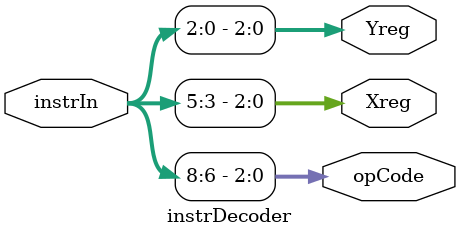
<source format=v>
module instrDecoder (instrIn, opCode, Xreg, Yreg);

	input [8:0] instrIn;
	output reg [2:0] opCode, Xreg, Yreg;

	always @(*) begin
		opCode <= instrIn[8:6];
		Xreg <= instrIn[5:3];
		Yreg <= instrIn[2:0];
	end
	
endmodule


</source>
